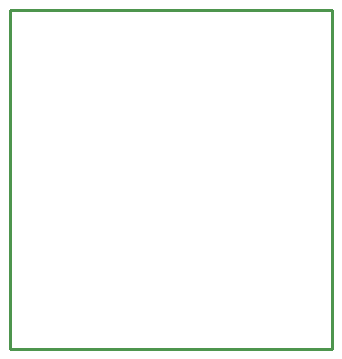
<source format=gko>
G04 Layer: BoardOutlineLayer*
G04 EasyEDA Pro v2.1.32.5533625a.f972c4, 2023-12-06 19:29:04*
G04 Gerber Generator version 0.3*
G04 Scale: 100 percent, Rotated: No, Reflected: No*
G04 Dimensions in millimeters*
G04 Leading zeros omitted, absolute positions, 3 integers and 3 decimals*
%FSLAX33Y33*%
%MOMM*%
%ADD10C,0.254*%
G75*


G04 PolygonModel Start*
G54D10*
G01X0Y-27673D02*
G01X0Y1016D01*
G01X27300D01*
G01Y-27673D01*
G01X0D01*
G04 PolygonModel End*

M02*

</source>
